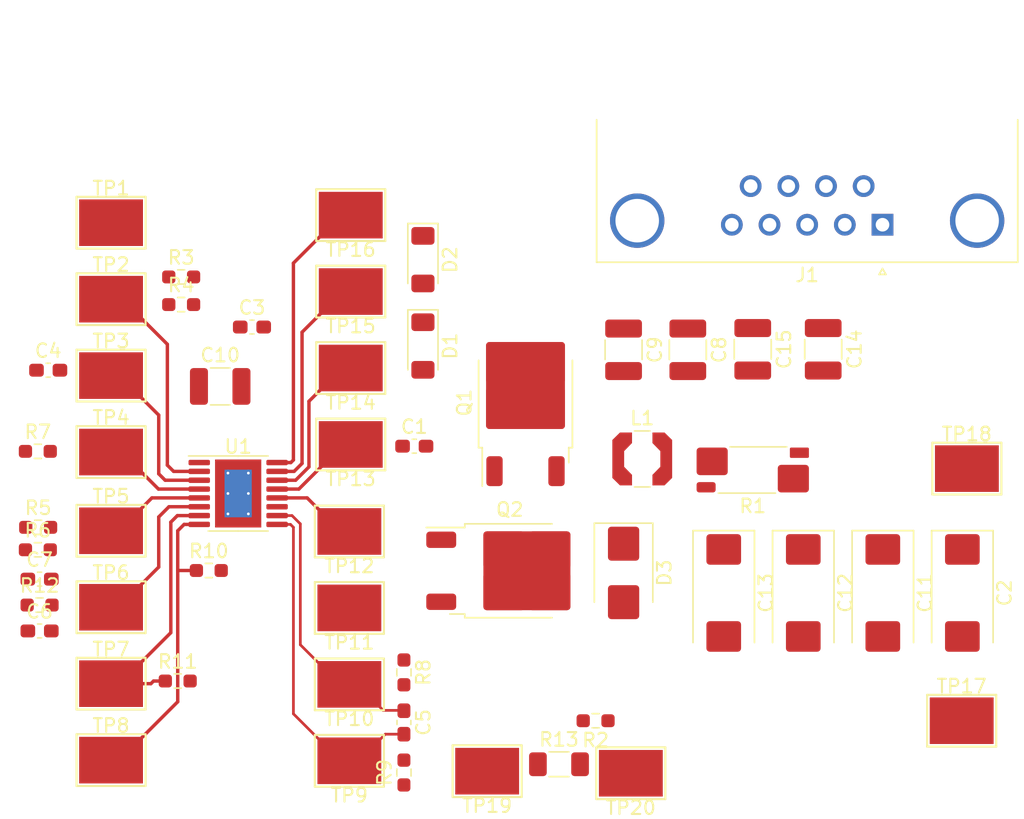
<source format=kicad_pcb>
(kicad_pcb (version 20221018) (generator pcbnew)
  (layers (0 "F.Cu" signal) (31 "B.Cu" signal) (34 "B.Paste" user) (35 "F.Paste" user) (36 "B.SilkS" user "B.Silkscreen") (37 "F.SilkS" user "F.Silkscreen") (38 "B.Mask" user) (39 "F.Mask" user) (44 "Edge.Cuts" user))
  (net 0 "")
  (net 1 "/VCC")
  (net 2 "GND")
  (net 3 "/VOUT")
  (net 4 "/BOOST")
  (net 5 "/SW")
  (net 6 "/CSS")
  (net 7 "/SENSE+")
  (net 8 "/SENSE-")
  (net 9 "/VC")
  (net 10 "Net-(C7-Pad1)")
  (net 11 "/VIN")
  (net 12 "Net-(D1-A)")
  (net 13 "/TG")
  (net 14 "/BG")
  (net 15 "Net-(R1-Pad2)")
  (net 16 "Net-(R1-Pad3)")
  (net 17 "/IND")
  (net 18 "/SHDN_n")
  (net 19 "/BODE")
  (net 20 "/FB")
  (net 21 "/BURST")
  (net 22 "/FSET")
  (net 23 "/SYNC")
  (footprint "Diode_SMD:D_MiniMELF" (layer "F.Cu") (at 153.797 76.581 -90)
    (fp_text reference "D1" (at 0 -2 90) (layer "F.SilkS"))
    (fp_text value "LL4148")
    (fp_line (start -2.66 -1.11) (end -2.66 1.11) (stroke (width 0.12)) (layer "F.SilkS"))
    (fp_line (start -2.66 1.11) (end 1.75 1.11) (stroke (width 0.12)) (layer "F.SilkS"))
    (fp_line (start 1.75 -1.11) (end -2.66 -1.11) (stroke (width 0.12)) (layer "F.SilkS"))
    (pad "1" smd roundrect (at -1.75 0 270) (size 1.3 1.7) (layers "F.Cu" "F.Paste" "F.Mask") (roundrect_rratio 0.1923076923) (net 1 "/VCC"))
    (pad "2" smd roundrect (at 1.75 0 270) (size 1.3 1.7) (layers "F.Cu" "F.Paste" "F.Mask") (roundrect_rratio 0.1923076923) (net 12 "Net-(D1-A)"))
  )
  (footprint "Jarrett_Footprint_Library:TestPoint_Keystone_5016_Compact" (layer "F.Cu") (at 148.3868 107.0864 180)
    (fp_text reference "TP9" (at 0 -2.54) (layer "F.SilkS"))
    (fp_text value "5016")
    (fp_line (start -2.54 -1.905) (end 2.54 -1.905) (stroke (width 0.15)) (layer "F.SilkS"))
    (fp_line (start -2.54 1.905) (end -2.54 -1.905) (stroke (width 0.15)) (layer "F.SilkS"))
    (fp_line (start 2.54 -1.905) (end 2.54 1.905) (stroke (width 0.15)) (layer "F.SilkS"))
    (fp_line (start 2.54 1.905) (end -2.54 1.905) (stroke (width 0.15)) (layer "F.SilkS"))
    (pad "1" smd rect (at 0 0 180) (size 4.699 3.429) (layers "F.Cu" "F.Paste" "F.Mask") (net 8 "/SENSE-"))
  )
  (footprint "Jarrett_Footprint_Library:TestPoint_Keystone_5016_Compact" (layer "F.Cu") (at 130.8608 107.036)
    (fp_text reference "TP8" (at 0 -2.54) (layer "F.SilkS"))
    (fp_text value "5016")
    (fp_line (start -2.54 -1.905) (end 2.54 -1.905) (stroke (width 0.15)) (layer "F.SilkS"))
    (fp_line (start -2.54 1.905) (end -2.54 -1.905) (stroke (width 0.15)) (layer "F.SilkS"))
    (fp_line (start 2.54 -1.905) (end 2.54 1.905) (stroke (width 0.15)) (layer "F.SilkS"))
    (fp_line (start 2.54 1.905) (end -2.54 1.905) (stroke (width 0.15)) (layer "F.SilkS"))
    (pad "1" smd rect (at 0 0) (size 4.699 3.429) (layers "F.Cu" "F.Paste" "F.Mask") (net 22 "/FSET"))
  )
  (footprint "Capacitor_SMD:C_0603_1608Metric_Pad1.08x0.95mm_HandSolder" (layer "F.Cu") (at 141.224 75.184)
    (fp_text reference "C3" (at 0 -1.43) (layer "F.SilkS"))
    (fp_text value "0.1uF")
    (fp_line (start -0.146267 -0.51) (end 0.146267 -0.51) (stroke (width 0.12)) (layer "F.SilkS"))
    (fp_line (start -0.146267 0.51) (end 0.146267 0.51) (stroke (width 0.12)) (layer "F.SilkS"))
    (pad "1" smd roundrect (at -0.8625 0) (size 1.075 0.95) (layers "F.Cu" "F.Paste" "F.Mask") (net 4 "/BOOST"))
    (pad "2" smd roundrect (at 0.8625 0) (size 1.075 0.95) (layers "F.Cu" "F.Paste" "F.Mask") (net 5 "/SW"))
  )
  (footprint "Jarrett_Footprint_Library:TestPoint_Keystone_5016_Compact" (layer "F.Cu") (at 148.4884 66.954 180)
    (fp_text reference "TP16" (at 0 -2.54) (layer "F.SilkS"))
    (fp_text value "5016")
    (fp_line (start -2.54 -1.905) (end 2.54 -1.905) (stroke (width 0.15)) (layer "F.SilkS"))
    (fp_line (start -2.54 1.905) (end -2.54 -1.905) (stroke (width 0.15)) (layer "F.SilkS"))
    (fp_line (start 2.54 -1.905) (end 2.54 1.905) (stroke (width 0.15)) (layer "F.SilkS"))
    (fp_line (start 2.54 1.905) (end -2.54 1.905) (stroke (width 0.15)) (layer "F.SilkS"))
    (pad "1" smd rect (at 0 0 180) (size 4.699 3.429) (layers "F.Cu" "F.Paste" "F.Mask") (net 4 "/BOOST"))
  )
  (footprint "Resistor_SMD:R_0603_1608Metric_Pad0.98x0.95mm_HandSolder" (layer "F.Cu") (at 135.763 101.219)
    (fp_text reference "R11" (at 0 -1.43) (layer "F.SilkS"))
    (fp_text value "200")
    (fp_line (start -0.254724 -0.5225) (end 0.254724 -0.5225) (stroke (width 0.12)) (layer "F.SilkS"))
    (fp_line (start -0.254724 0.5225) (end 0.254724 0.5225) (stroke (width 0.12)) (layer "F.SilkS"))
    (pad "1" smd roundrect (at -0.9125 0) (size 0.975 0.95) (layers "F.Cu" "F.Paste" "F.Mask") (net 23 "/SYNC"))
    (pad "2" smd roundrect (at 0.9125 0) (size 0.975 0.95) (layers "F.Cu" "F.Paste" "F.Mask") (net 2 "GND"))
  )
  (footprint "Package_TO_SOT_SMD:TO-252-2" (layer "F.Cu") (at 161.3408 80.7448 90)
    (fp_text reference "Q1" (at 0 -4.5 90) (layer "F.SilkS"))
    (fp_text value "QM6006D")
    (fp_line (start -3.31 -3.45) (end -3.31 -3.18) (stroke (width 0.12)) (layer "F.SilkS"))
    (fp_line (start -3.31 -3.18) (end -6.14 -3.18) (stroke (width 0.12)) (layer "F.SilkS"))
    (fp_line (start -3.31 3.18) (end -4.41 3.18) (stroke (width 0.12)) (layer "F.SilkS"))
    (fp_line (start -3.31 3.45) (end -3.31 3.18) (stroke (width 0.12)) (layer "F.SilkS"))
    (fp_line (start 3.11 -3.45) (end -3.31 -3.45) (stroke (width 0.12)) (layer "F.SilkS"))
    (fp_line (start 3.11 3.45) (end -3.31 3.45) (stroke (width 0.12)) (layer "F.SilkS"))
    (pad "1" smd roundrect (at -5.04 -2.28 90) (size 2.2 1.2) (layers "F.Cu" "F.Paste" "F.Mask") (roundrect_rratio 0.208333) (net 13 "/TG"))
    (pad "2" smd roundrect (at -0.415 -1.525 90) (size 3.05 2.75) (layers "F.Cu" "F.Paste") (roundrect_rratio 0.090909) (net 11 "/VIN"))
    (pad "2" smd roundrect (at -0.415 1.525 90) (size 3.05 2.75) (layers "F.Cu" "F.Paste") (roundrect_rratio 0.090909) (net 11 "/VIN"))
    (pad "2" smd roundrect (at 1.26 0 90) (size 6.4 5.8) (layers "F.Cu" "F.Mask") (roundrect_rratio 0.043103) (net 11 "/VIN"))
    (pad "2" smd roundrect (at 2.935 -1.525 90) (size 3.05 2.75) (layers "F.Cu" "F.Paste") (roundrect_rratio 0.090909) (net 11 "/VIN"))
    (pad "2" smd roundrect (at 2.935 1.525 90) (size 3.05 2.75) (layers "F.Cu" "F.Paste") (roundrect_rratio 0.090909) (net 11 "/VIN"))
    (pad "3" smd roundrect (at -5.04 2.28 90) (size 2.2 1.2) (layers "F.Cu" "F.Paste" "F.Mask") (roundrect_rratio 0.208333) (net 5 "/SW"))
  )
  (footprint "Package_SO:HTSSOP-16-1EP_4.4x5mm_P0.65mm_EP3.4x5mm_Mask2.46x2.31mm_ThermalVias" (layer "F.Cu") (at 140.208 87.4268)
    (fp_text reference "U1" (at 0 -3.45) (layer "F.SilkS"))
    (fp_text value "LT3845MPFE#PBF")
    (fp_line (start 0 -2.76) (end -3.65 -2.76) (stroke (width 0.12)) (layer "F.SilkS"))
    (fp_line (start 0 -2.76) (end 2.2 -2.76) (stroke (width 0.12)) (layer "F.SilkS"))
    (fp_line (start 0 2.76) (end -2.2 2.76) (stroke (width 0.12)) (layer "F.SilkS"))
    (fp_line (start 0 2.76) (end 2.2 2.76) (stroke (width 0.12)) (layer "F.SilkS"))
    (pad "1" smd roundrect (at -2.8625 -2.275) (size 1.575 0.4) (layers "F.Cu" "F.Paste" "F.Mask") (net 11 "/VIN"))
    (pad "2" smd roundrect (at -2.8625 -1.625) (size 1.575 0.4) (layers "F.Cu" "F.Paste" "F.Mask") (net 18 "/SHDN_n"))
    (pad "3" smd roundrect (at -2.8625 -0.975) (size 1.575 0.4) (layers "F.Cu" "F.Paste" "F.Mask") (net 6 "/CSS"))
    (pad "4" smd roundrect (at -2.8625 -0.325) (size 1.575 0.4) (layers "F.Cu" "F.Paste" "F.Mask") (net 21 "/BURST"))
    (pad "5" smd roundrect (at -2.8625 0.325) (size 1.575 0.4) (layers "F.Cu" "F.Paste" "F.Mask") (net 20 "/FB"))
    (pad "6" smd roundrect (at -2.8625 0.975) (size 1.575 0.4) (layers "F.Cu" "F.Paste" "F.Mask") (net 9 "/VC"))
    (pad "7" smd roundrect (at -2.8625 1.625) (size 1.575 0.4) (layers "F.Cu" "F.Paste" "F.Mask") (net 23 "/SYNC"))
    (pad "8" smd roundrect (at -2.8625 2.275) (size 1.575 0.4) (layers "F.Cu" "F.Paste" "F.Mask") (net 22 "/FSET"))
    (pad "9" smd roundrect (at 2.8625 2.275) (size 1.575 0.4) (layers "F.Cu" "F.Paste" "F.Mask") (net 8 "/SENSE-"))
    (pad "10" smd roundrect (at 2.8625 1.625) (size 1.575 0.4) (layers "F.Cu" "F.Paste" "F.Mask") (net 7 "/SENSE+"))
    (pad "11" smd roundrect (at 2.8625 0.975) (size 1.575 0.4) (layers "F.Cu" "F.Paste" "F.Mask") (net 2 "GND"))
    (pad "12" smd roundrect (at 2.8625 0.325) (size 1.575 0.4) (layers "F.Cu" "F.Paste" "F.Mask") (net 14 "/BG"))
    (pad "13" smd roundrect (at 2.8625 -0.325) (size 1.575 0.4) (layers "F.Cu" "F.Paste" "F.Mask") (net 1 "/VCC"))
    (pad "14" smd roundrect (at 2.8625 -0.975) (size 1.575 0.4) (layers "F.Cu" "F.Paste" "F.Mask") (net 5 "/SW"))
    (pad "15" smd roundrect (at 2.8625 -1.625) (size 1.575 0.4) (layers "F.Cu" "F.Paste" "F.Mask") (net 13 "/TG"))
    (pad "16" smd roundrect (at 2.8625 -2.275) (size 1.575 0.4) (layers "F.Cu" "F.Paste" "F.Mask") (net 4 "/BOOST"))
    (pad "17" thru_hole circle (at -0.75 -1.5) (size 0.5 0.5) (drill 0.2) (layers "*.Cu") (net 2 "GND"))
    (pad "17" thru_hole circle (at -0.75 0) (size 0.5 0.5) (drill 0.2) (layers "*.Cu") (net 2 "GND"))
    (pad "17" thru_hole circle (at -0.75 1.5) (size 0.5 0.5) (drill 0.2) (layers "*.Cu") (net 2 "GND"))
    (pad "17" smd rect (at 0 0) (size 2 3.5) (layers "B.Cu") (net 2 "GND"))
    (pad "17" smd rect (at 0 0) (size 3.4 5) (layers "F.Cu") (net 2 "GND"))
    (pad "17" thru_hole circle (at 0.75 -1.5) (size 0.5 0.5) (drill 0.2) (layers "*.Cu") (net 2 "GND"))
    (pad "17" thru_hole circle (at 0.75 0) (size 0.5 0.5) (drill 0.2) (layers "*.Cu") (net 2 "GND"))
    (pad "17" thru_hole circle (at 0.75 1.5) (size 0.5 0.5) (drill 0.2) (layers "*.Cu") (net 2 "GND"))
  )
  (footprint "Resistor_SMD:R_0603_1608Metric_Pad0.98x0.95mm_HandSolder" (layer "F.Cu") (at 166.497 104.14 180)
    (fp_text reference "R2" (at 0 -1.43) (layer "F.SilkS"))
    (fp_text value "0")
    (fp_line (start -0.254724 -0.5225) (end 0.254724 -0.5225) (stroke (width 0.12)) (layer "F.SilkS"))
    (fp_line (start -0.254724 0.5225) (end 0.254724 0.5225) (stroke (width 0.12)) (layer "F.SilkS"))
    (pad "1" smd roundrect (at -0.9125 0 180) (size 0.975 0.95) (layers "F.Cu" "F.Paste" "F.Mask") (net 12 "Net-(D1-A)"))
    (pad "2" smd roundrect (at 0.9125 0 180) (size 0.975 0.95) (layers "F.Cu" "F.Paste" "F.Mask") (net 3 "/VOUT"))
  )
  (footprint "Jarrett_Footprint_Library:TestPoint_Keystone_5016_Compact" (layer "F.Cu") (at 148.3868 101.4644 180)
    (fp_text reference "TP10" (at 0 -2.54) (layer "F.SilkS"))
    (fp_text value "5016")
    (fp_line (start -2.54 -1.905) (end 2.54 -1.905) (stroke (width 0.15)) (layer "F.SilkS"))
    (fp_line (start -2.54 1.905) (end -2.54 -1.905) (stroke (width 0.15)) (layer "F.SilkS"))
    (fp_line (start 2.54 -1.905) (end 2.54 1.905) (stroke (width 0.15)) (layer "F.SilkS"))
    (fp_line (start 2.54 1.905) (end -2.54 1.905) (stroke (width 0.15)) (layer "F.SilkS"))
    (pad "1" smd rect (at 0 0 180) (size 4.699 3.429) (layers "F.Cu" "F.Paste" "F.Mask") (net 7 "/SENSE+"))
  )
  (footprint "Resistor_SMD:R_0603_1608Metric_Pad0.98x0.95mm_HandSolder" (layer "F.Cu") (at 152.4 100.584 -90)
    (fp_text reference "R8" (at 0 -1.43 90) (layer "F.SilkS"))
    (fp_text value "200")
    (fp_line (start -0.254724 -0.5225) (end 0.254724 -0.5225) (stroke (width 0.12)) (layer "F.SilkS"))
    (fp_line (start -0.254724 0.5225) (end 0.254724 0.5225) (stroke (width 0.12)) (layer "F.SilkS"))
    (pad "1" smd roundrect (at -0.9125 0 270) (size 0.975 0.95) (layers "F.Cu" "F.Paste" "F.Mask") (net 16 "Net-(R1-Pad3)"))
    (pad "2" smd roundrect (at 0.9125 0 270) (size 0.975 0.95) (layers "F.Cu" "F.Paste" "F.Mask") (net 7 "/SENSE+"))
  )
  (footprint "Capacitor_Tantalum_SMD:CP_EIA-7343-43_Kemet-X_Pad2.25x2.55mm_HandSolder" (layer "F.Cu") (at 175.9204 94.7416 -90)
    (fp_text reference "C13" (at 0 -3.1 90) (layer "F.SilkS"))
    (fp_text value "150uF")
    (fp_line (start -4.585 -2.26) (end -4.585 2.26) (stroke (width 0.12)) (layer "F.SilkS"))
    (fp_line (start -4.585 2.26) (end 3.65 2.26) (stroke (width 0.12)) (layer "F.SilkS"))
    (fp_line (start 3.65 -2.26) (end -4.585 -2.26) (stroke (width 0.12)) (layer "F.SilkS"))
    (pad "1" smd roundrect (at -3.2 0 270) (size 2.25 2.55) (layers "F.Cu" "F.Paste" "F.Mask") (roundrect_rratio 0.111111) (net 3 "/VOUT"))
    (pad "2" smd roundrect (at 3.2 0 270) (size 2.25 2.55) (layers "F.Cu" "F.Paste" "F.Mask") (roundrect_rratio 0.111111) (net 2 "GND"))
  )
  (footprint "Resistor_SMD:R_1206_3216Metric_Pad1.30x1.75mm_HandSolder" (layer "F.Cu") (at 163.804 107.3404)
    (fp_text reference "R13" (at 0 -1.82) (layer "F.SilkS"))
    (fp_text value "20")
    (fp_line (start -0.727064 -0.91) (end 0.727064 -0.91) (stroke (width 0.12)) (layer "F.SilkS"))
    (fp_line (start -0.727064 0.91) (end 0.727064 0.91) (stroke (width 0.12)) (layer "F.SilkS"))
    (pad "1" smd roundrect (at -1.55 0) (size 1.3 1.75) (layers "F.Cu" "F.Paste" "F.Mask") (roundrect_rratio 0.192308) (net 19 "/BODE"))
    (pad "2" smd roundrect (at 1.55 0) (size 1.3 1.75) (layers "F.Cu" "F.Paste" "F.Mask") (roundrect_rratio 0.192308) (net 3 "/VOUT"))
  )
  (footprint "Resistor_SMD:R_0603_1608Metric_Pad0.98x0.95mm_HandSolder" (layer "F.Cu") (at 125.476 91.567)
    (fp_text reference "R6" (at 0 -1.43) (layer "F.SilkS"))
    (fp_text value "10K")
    (fp_line (start -0.254724 -0.5225) (end 0.254724 -0.5225) (stroke (width 0.12)) (layer "F.SilkS"))
    (fp_line (start -0.254724 0.5225) (end 0.254724 0.5225) (stroke (width 0.12)) (layer "F.SilkS"))
    (pad "1" smd roundrect (at -0.9125 0) (size 0.975 0.95) (layers "F.Cu" "F.Paste" "F.Mask") (net 20 "/FB"))
    (pad "2" smd roundrect (at 0.9125 0) (size 0.975 0.95) (layers "F.Cu" "F.Paste" "F.Mask") (net 2 "GND"))
  )
  (footprint "Capacitor_SMD:C_0603_1608Metric_Pad1.08x0.95mm_HandSolder" (layer "F.Cu") (at 153.162 83.947)
    (fp_text reference "C1" (at 0 -1.43) (layer "F.SilkS"))
    (fp_text value "1uF")
    (fp_line (start -0.146267 -0.51) (end 0.146267 -0.51) (stroke (width 0.12)) (layer "F.SilkS"))
    (fp_line (start -0.146267 0.51) (end 0.146267 0.51) (stroke (width 0.12)) (layer "F.SilkS"))
    (pad "1" smd roundrect (at -0.8625 0) (size 1.075 0.95) (layers "F.Cu" "F.Paste" "F.Mask") (net 1 "/VCC"))
    (pad "2" smd roundrect (at 0.8625 0) (size 1.075 0.95) (layers "F.Cu" "F.Paste" "F.Mask") (net 2 "GND"))
  )
  (footprint "Capacitor_Tantalum_SMD:CP_EIA-7343-43_Kemet-X_Pad2.25x2.55mm_HandSolder" (layer "F.Cu") (at 181.7704 94.7416 -90)
    (fp_text reference "C12" (at 0 -3.1 90) (layer "F.SilkS"))
    (fp_text value "150uF")
    (fp_line (start -4.585 -2.26) (end -4.585 2.26) (stroke (width 0.12)) (layer "F.SilkS"))
    (fp_line (start -4.585 2.26) (end 3.65 2.26) (stroke (width 0.12)) (layer "F.SilkS"))
    (fp_line (start 3.65 -2.26) (end -4.585 -2.26) (stroke (width 0.12)) (layer "F.SilkS"))
    (pad "1" smd roundrect (at -3.2 0 270) (size 2.25 2.55) (layers "F.Cu" "F.Paste" "F.Mask") (roundrect_rratio 0.111111) (net 3 "/VOUT"))
    (pad "2" smd roundrect (at 3.2 0 270) (size 2.25 2.55) (layers "F.Cu" "F.Paste" "F.Mask") (roundrect_rratio 0.111111) (net 2 "GND"))
  )
  (footprint "Capacitor_SMD:C_0603_1608Metric_Pad1.08x0.95mm_HandSolder" (layer "F.Cu") (at 125.603 93.726)
    (fp_text reference "C7" (at 0 -1.43) (layer "F.SilkS"))
    (fp_text value "2200pF")
    (fp_line (start -0.146267 -0.51) (end 0.146267 -0.51) (stroke (width 0.12)) (layer "F.SilkS"))
    (fp_line (start -0.146267 0.51) (end 0.146267 0.51) (stroke (width 0.12)) (layer "F.SilkS"))
    (pad "1" smd roundrect (at -0.8625 0) (size 1.075 0.95) (layers "F.Cu" "F.Paste" "F.Mask") (net 10 "Net-(C7-Pad1)"))
    (pad "2" smd roundrect (at 0.8625 0) (size 1.075 0.95) (layers "F.Cu" "F.Paste" "F.Mask") (net 2 "GND"))
  )
  (footprint "Connector_Dsub:DSUB-9_Male_Horizontal_P2.77x2.84mm_EdgePinOffset4.94mm_Housed_MountingHolesOffset7.48mm" (layer "F.Cu") (at 187.5966 67.6608 180)
    (fp_text reference "J1" (at 5.54 -3.7) (layer "F.SilkS"))
    (fp_text value "DE9_Plug_MountingHoles")
    (fp_line (start -9.945 -2.76) (end 21.025 -2.76) (stroke (width 0.12)) (layer "F.SilkS"))
    (fp_line (start -9.945 7.72) (end -9.945 -2.76) (stroke (width 0.12)) (layer "F.SilkS"))
    (fp_line (start -0.25 -3.654338) (end 0.25 -3.654338) (stroke (width 0.12)) (layer "F.SilkS"))
    (fp_line (start 0 -3.221325) (end -0.25 -3.654338) (stroke (width 0.12)) (layer "F.SilkS"))
    (fp_line (start 0.25 -3.654338) (end 0 -3.221325) (stroke (width 0.12)) (layer "F.SilkS"))
    (fp_line (start 21.025 -2.76) (end 21.025 7.72) (stroke (width 0.12)) (layer "F.SilkS"))
    (pad "0" thru_hole circle (at -6.96 0.3 180) (size 4 4) (drill 3.2) (layers "*.Cu" "*.Mask") (net 2 "GND"))
    (pad "0" thru_hole circle (at 18.04 0.3 180) (size 4 4) (drill 3.2) (layers "*.Cu" "*.Mask") (net 2 "GND"))
    (pad "1" thru_hole rect (at 0 0 180) (size 1.6 1.6) (drill 1) (layers "*.Cu" "*.Mask") (net 3 "/VOUT"))
    (pad "2" thru_hole circle (at 2.77 0 180) (size 1.6 1.6) (drill 1) (layers "*.Cu" "*.Mask") (net 2 "GND"))
    (pad "3" thru_hole circle (at 5.54 0 180) (size 1.6 1.6) (drill 1) (layers "*.Cu" "*.Mask") (net 18 "/SHDN_n"))
    (pad "4" thru_hole circle (at 8.31 0 180) (size 1.6 1.6) (drill 1) (layers "*.Cu" "*.Mask") (net 2 "GND"))
    (pad "5" thru_hole circle (at 11.08 0 180) (size 1.6 1.6) (drill 1) (layers "*.Cu" "*.Mask") (net 11 "/VIN"))
    (pad "6" thru_hole circle (at 1.385 2.84 180) (size 1.6 1.6) (drill 1) (layers "*.Cu" "*.Mask") (net 3 "/VOUT"))
    (pad "7" thru_hole circle (at 4.155 2.84 180) (size 1.6 1.6) (drill 1) (layers "*.Cu" "*.Mask") (net 2 "GND"))
    (pad "8" thru_hole circle (at 6.925 2.84 180) (size 1.6 1.6) (drill 1) (layers "*.Cu" "*.Mask") (net 2 "GND"))
    (pad "9" thru_hole circle (at 9.695 2.84 180) (size 1.6 1.6) (drill 1) (layers "*.Cu" "*.Mask") (net 11 "/VIN"))
  )
  (footprint "Capacitor_SMD:C_0603_1608Metric_Pad1.08x0.95mm_HandSolder" (layer "F.Cu") (at 152.4 104.267 -90)
    (fp_text reference "C5" (at 0 -1.43 90) (layer "F.SilkS"))
    (fp_text value "47pF")
    (fp_line (start -0.146267 -0.51) (end 0.146267 -0.51) (stroke (width 0.12)) (layer "F.SilkS"))
    (fp_line (start -0.146267 0.51) (end 0.146267 0.51) (stroke (width 0.12)) (layer "F.SilkS"))
    (pad "1" smd roundrect (at -0.8625 0 270) (size 1.075 0.95) (layers "F.Cu" "F.Paste" "F.Mask") (net 7 "/SENSE+"))
    (pad "2" smd roundrect (at 0.8625 0 270) (size 1.075 0.95) (layers "F.Cu" "F.Paste" "F.Mask") (net 8 "/SENSE-"))
  )
  (footprint "Capacitor_Tantalum_SMD:CP_EIA-7343-43_Kemet-X_Pad2.25x2.55mm_HandSolder" (layer "F.Cu") (at 193.4704 94.7416 -90)
    (fp_text reference "C2" (at 0 -3.1 90) (layer "F.SilkS"))
    (fp_text value "150uF")
    (fp_line (start -4.585 -2.26) (end -4.585 2.26) (stroke (width 0.12)) (layer "F.SilkS"))
    (fp_line (start -4.585 2.26) (end 3.65 2.26) (stroke (width 0.12)) (layer "F.SilkS"))
    (fp_line (start 3.65 -2.26) (end -4.585 -2.26) (stroke (width 0.12)) (layer "F.SilkS"))
    (pad "1" smd roundrect (at -3.2 0 270) (size 2.25 2.55) (layers "F.Cu" "F.Paste" "F.Mask") (roundrect_rratio 0.111111) (net 3 "/VOUT"))
    (pad "2" smd roundrect (at 3.2 0 270) (size 2.25 2.55) (layers "F.Cu" "F.Paste" "F.Mask") (roundrect_rratio 0.111111) (net 2 "GND"))
  )
  (footprint "Capacitor_SMD:C_1210_3225Metric_Pad1.33x2.70mm_HandSolder" (layer "F.Cu") (at 138.8872 79.5528)
    (fp_text reference "C10" (at 0 -2.3) (layer "F.SilkS"))
    (fp_text value "2.2uF")
    (fp_line (start -0.711252 -1.36) (end 0.711252 -1.36) (stroke (width 0.12)) (layer "F.SilkS"))
    (fp_line (start -0.711252 1.36) (end 0.711252 1.36) (stroke (width 0.12)) (layer "F.SilkS"))
    (pad "1" smd roundrect (at -1.5625 0) (size 1.325 2.7) (layers "F.Cu" "F.Paste" "F.Mask") (roundrect_rratio 0.188679) (net 11 "/VIN"))
    (pad "2" smd roundrect (at 1.5625 0) (size 1.325 2.7) (layers "F.Cu" "F.Paste" "F.Mask") (roundrect_rratio 0.188679) (net 2 "GND"))
  )
  (footprint "Jarrett_Footprint_Library:TestPoint_Keystone_5016_Compact" (layer "F.Cu") (at 169.0872 108.0008 180)
    (fp_text reference "TP20" (at 0 -2.54) (layer "F.SilkS"))
    (fp_text value "5016")
    (fp_line (start -2.54 -1.905) (end 2.54 -1.905) (stroke (width 0.15)) (layer "F.SilkS"))
    (fp_line (start -2.54 1.905) (end -2.54 -1.905) (stroke (width 0.15)) (layer "F.SilkS"))
    (fp_line (start 2.54 -1.905) (end 2.54 1.905) (stroke (width 0.15)) (layer "F.SilkS"))
    (fp_line (start 2.54 1.905) (end -2.54 1.905) (stroke (width 0.15)) (layer "F.SilkS"))
    (pad "1" smd rect (at 0 0 180) (size 4.699 3.429) (layers "F.Cu" "F.Paste" "F.Mask") (net 3 "/VOUT"))
  )
  (footprint "Jarrett_Footprint_Library:TestPoint_Keystone_5016_Compact" (layer "F.Cu") (at 148.4884 72.576 180)
    (fp_text reference "TP15" (at 0 -2.54) (layer "F.SilkS"))
    (fp_text value "5016")
    (fp_line (start -2.54 -1.905) (end 2.54 -1.905) (stroke (width 0.15)) (layer "F.SilkS"))
    (fp_line (start -2.54 1.905) (end -2.54 -1.905) (stroke (width 0.15)) (layer "F.SilkS"))
    (fp_line (start 2.54 -1.905) (end 2.54 1.905) (stroke (width 0.15)) (layer "F.SilkS"))
    (fp_line (start 2.54 1.905) (end -2.54 1.905) (stroke (width 0.15)) (layer "F.SilkS"))
    (pad "1" smd rect (at 0 0 180) (size 4.699 3.429) (layers "F.Cu" "F.Paste" "F.Mask") (net 13 "/TG"))
  )
  (footprint "Jarrett_Footprint_Library:TestPoint_Keystone_5016_Compact" (layer "F.Cu") (at 130.8608 95.792)
    (fp_text reference "TP6" (at 0 -2.54) (layer "F.SilkS"))
    (fp_text value "5016")
    (fp_line (start -2.54 -1.905) (end 2.54 -1.905) (stroke (width 0.15)) (layer "F.SilkS"))
    (fp_line (start -2.54 1.905) (end -2.54 -1.905) (stroke (width 0.15)) (layer "F.SilkS"))
    (fp_line (start 2.54 -1.905) (end 2.54 1.905) (stroke (width 0.15)) (layer "F.SilkS"))
    (fp_line (start 2.54 1.905) (end -2.54 1.905) (stroke (width 0.15)) (layer "F.SilkS"))
    (pad "1" smd rect (at 0 0) (size 4.699 3.429) (layers "F.Cu" "F.Paste" "F.Mask") (net 9 "/VC"))
  )
  (footprint "Resistor_SMD:R_0603_1608Metric_Pad0.98x0.95mm_HandSolder" (layer "F.Cu") (at 125.476 84.328)
    (fp_text reference "R7" (at 0 -1.43) (layer "F.SilkS"))
    (fp_text value "200")
    (fp_line (start -0.254724 -0.5225) (end 0.254724 -0.5225) (stroke (width 0.12)) (layer "F.SilkS"))
    (fp_line (start -0.254724 0.5225) (end 0.254724 0.5225) (stroke (width 0.12)) (layer "F.SilkS"))
    (pad "1" smd roundrect (at -0.9125 0) (size 0.975 0.95) (layers "F.Cu" "F.Paste" "F.Mask") (net 21 "/BURST"))
    (pad "2" smd roundrect (at 0.9125 0) (size 0.975 0.95) (layers "F.Cu" "F.Paste" "F.Mask") (net 2 "GND"))
  )
  (footprint "Jarrett_Footprint_Library:TestPoint_Keystone_5016_Compact" (layer "F.Cu") (at 158.5208 107.8484 180)
    (fp_text reference "TP19" (at 0 -2.54) (layer "F.SilkS"))
    (fp_text value "5016")
    (fp_line (start -2.54 -1.905) (end 2.54 -1.905) (stroke (width 0.15)) (layer "F.SilkS"))
    (fp_line (start -2.54 1.905) (end -2.54 -1.905) (stroke (width 0.15)) (layer "F.SilkS"))
    (fp_line (start 2.54 -1.905) (end 2.54 1.905) (stroke (width 0.15)) (layer "F.SilkS"))
    (fp_line (start 2.54 1.905) (end -2.54 1.905) (stroke (width 0.15)) (layer "F.SilkS"))
    (pad "1" smd rect (at 0 0 180) (size 4.699 3.429) (layers "F.Cu" "F.Paste" "F.Mask") (net 19 "/BODE"))
  )
  (footprint "Package_TO_SOT_SMD:TO-252-2" (layer "F.Cu") (at 160.1832 93.1104)
    (fp_text reference "Q2" (at 0 -4.5) (layer "F.SilkS"))
    (fp_text value "QM6006D")
    (fp_line (start -3.31 -3.45) (end -3.31 -3.18) (stroke (width 0.12)) (layer "F.SilkS"))
    (fp_line (start -3.31 -3.18) (end -6.14 -3.18) (stroke (width 0.12)) (layer "F.SilkS"))
    (fp_line (start -3.31 3.18) (end -4.41 3.18) (stroke (width 0.12)) (layer "F.SilkS"))
    (fp_line (start -3.31 3.45) (end -3.31 3.18) (stroke (width 0.12)) (layer "F.SilkS"))
    (fp_line (start 3.11 -3.45) (end -3.31 -3.45) (stroke (width 0.12)) (layer "F.SilkS"))
    (fp_line (start 3.11 3.45) (end -3.31 3.45) (stroke (width 0.12)) (layer "F.SilkS"))
    (pad "1" smd roundrect (at -5.04 -2.28) (size 2.2 1.2) (layers "F.Cu" "F.Paste" "F.Mask") (roundrect_rratio 0.208333) (net 14 "/BG"))
    (pad "2" smd roundrect (at -0.415 -1.525) (size 3.05 2.75) (layers "F.Cu" "F.Paste") (roundrect_rratio 0.090909) (net 5 "/SW"))
    (pad "2" smd roundrect (at -0.415 1.525) (size 3.05 2.75) (layers "F.Cu" "F.Paste") (roundrect_rratio 0.090909) (net 5 "/SW"))
    (pad "2" smd roundrect (at 1.26 0) (size 6.4 5.8) (layers "F.Cu" "F.Mask") (roundrect_rratio 0.043103) (net 5 "/SW"))
    (pad "2" smd roundrect (at 2.935 -1.525) (size 3.05 2.75) (layers "F.Cu" "F.Paste") (roundrect_rratio 0.090909) (net 5 "/SW"))
    (pad "2" smd roundrect (at 2.935 1.525) (size 3.05 2.75) (layers "F.Cu" "F.Paste") (roundrect_rratio 0.090909) (net 5 "/SW"))
    (pad "3" smd roundrect (at -5.04 2.28) (size 2.2 1.2) (layers "F.Cu" "F.Paste" "F.Mask") (roundrect_rratio 0.208333) (net 2 "GND"))
  )
  (footprint "Capacitor_SMD:C_1210_3225Metric_Pad1.33x2.70mm_HandSolder" (layer "F.Cu") (at 183.2356 76.8219 -90)
    (fp_text reference "C14" (at 0 -2.3 90) (layer "F.SilkS"))
    (fp_text value "22uF")
    (fp_line (start -0.711252 -1.36) (end 0.711252 -1.36) (stroke (width 0.12)) (layer "F.SilkS"))
    (fp_line (start -0.711252 1.36) (end 0.711252 1.36) (stroke (width 0.12)) (layer "F.SilkS"))
    (pad "1" smd roundrect (at -1.5625 0 270) (size 1.325 2.7) (layers "F.Cu" "F.Paste" "F.Mask") (roundrect_rratio 0.188679) (net 11 "/VIN"))
    (pad "2" smd roundrect (at 1.5625 0 270) (size 1.325 2.7) (layers "F.Cu" "F.Paste" "F.Mask") (roundrect_rratio 0.188679) (net 2 "GND"))
  )
  (footprint "Capacitor_SMD:C_1210_3225Metric_Pad1.33x2.70mm_HandSolder" (layer "F.Cu") (at 178.054 76.8219 -90)
    (fp_text reference "C15" (at 0 -2.3 90) (layer "F.SilkS"))
    (fp_text value "22uF")
    (fp_line (start -0.711252 -1.36) (end 0.711252 -1.36) (stroke (width 0.12)) (layer "F.SilkS"))
    (fp_line (start -0.711252 1.36) (end 0.711252 1.36) (stroke (width 0.12)) (layer "F.SilkS"))
    (pad "1" smd roundrect (at -1.5625 0 270) (size 1.325 2.7) (layers "F.Cu" "F.Paste" "F.Mask") (roundrect_rratio 0.188679) (net 11 "/VIN"))
    (pad "2" smd roundrect (at 1.5625 0 270) (size 1.325 2.7) (layers "F.Cu" "F.Paste" "F.Mask") (roundrect_rratio 0.188679) (net 2 "GND"))
  )
  (footprint "Jarrett_Footprint_Library:TestPoint_Keystone_5016_Compact" (layer "F.Cu") (at 130.8608 90.17)
    (fp_text reference "TP5" (at 0 -2.54) (layer "F.SilkS"))
    (fp_text value "5016")
    (fp_line (start -2.54 -1.905) (end 2.54 -1.905) (stroke (width 0.15)) (layer "F.SilkS"))
    (fp_line (start -2.54 1.905) (end -2.54 -1.905) (stroke (width 0.15)) (layer "F.SilkS"))
    (fp_line (start 2.54 -1.905) (end 2.54 1.905) (stroke (width 0.15)) (layer "F.SilkS"))
    (fp_line (start 2.54 1.905) (end -2.54 1.905) (stroke (width 0.15)) (layer "F.SilkS"))
    (pad "1" smd rect (at 0 0) (size 4.699 3.429) (layers "F.Cu" "F.Paste" "F.Mask") (net 20 "/FB"))
  )
  (footprint "Jarrett_Footprint_Library:TestPoint_Keystone_5016_Compact" (layer "F.Cu") (at 130.8608 101.414)
    (fp_text reference "TP7" (at 0 -2.54) (layer "F.SilkS"))
    (fp_text value "5016")
    (fp_line (start -2.54 -1.905) (end 2.54 -1.905) (stroke (width 0.15)) (layer "F.SilkS"))
    (fp_line (start -2.54 1.905) (end -2.54 -1.905) (stroke (width 0.15)) (layer "F.SilkS"))
    (fp_line (start 2.54 -1.905) (end 2.54 1.905) (stroke (width 0.15)) (layer "F.SilkS"))
    (fp_line (start 2.54 1.905) (end -2.54 1.905) (stroke (width 0.15)) (layer "F.SilkS"))
    (pad "1" smd rect (at 0 0) (size 4.699 3.429) (layers "F.Cu" "F.Paste" "F.Mask") (net 23 "/SYNC"))
  )
  (footprint "Resistor_SMD:R_0603_1608Metric_Pad0.98x0.95mm_HandSolder" (layer "F.Cu") (at 136.017 73.533)
    (fp_text reference "R4" (at 0 -1.43) (layer "F.SilkS"))
    (fp_text value "10K")
    (fp_line (start -0.254724 -0.5225) (end 0.254724 -0.5225) (stroke (width 0.12)) (layer "F.SilkS"))
    (fp_line (start -0.254724 0.5225) (end 0.254724 0.5225) (stroke (width 0.12)) (layer "F.SilkS"))
    (pad "1" smd roundrect (at -0.9125 0) (size 0.975 0.95) (layers "F.Cu" "F.Paste" "F.Mask") (net 18 "/SHDN_n"))
    (pad "2" smd roundrect (at 0.9125 0) (size 0.975 0.95) (layers "F.Cu" "F.Paste" "F.Mask") (net 2 "GND"))
  )
  (footprint "Jarrett_Footprint_Library:TestPoint_Keystone_5016_Compact" (layer "F.Cu") (at 130.8608 78.7572)
    (fp_text reference "TP3" (at 0 -2.54) (layer "F.SilkS"))
    (fp_text value "5016")
    (fp_line (start -2.54 -1.905) (end 2.54 -1.905) (stroke (width 0.15)) (layer "F.SilkS"))
    (fp_line (start -2.54 1.905) (end -2.54 -1.905) (stroke (width 0.15)) (layer "F.SilkS"))
    (fp_line (start 2.54 -1.905) (end 2.54 1.905) (stroke (width 0.15)) (layer "F.SilkS"))
    (fp_line (start 2.54 1.905) (end -2.54 1.905) (stroke (width 0.15)) (layer "F.SilkS"))
    (pad "1" smd rect (at 0 0) (size 4.699 3.429) (layers "F.Cu" "F.Paste" "F.Mask") (net 6 "/CSS"))
  )
  (footprint "Resistor_SMD:R_Shunt_Vishay_WSK2512_6332Metric_T1.19mm" (layer "F.Cu") (at 178.054 85.6996 180)
    (fp_text reference "R1" (at 0 -2.65) (layer "F.SilkS"))
    (fp_text value "0.01")
    (fp_line (start -2.5 1.7) (end 1.67 1.7) (stroke (width 0.12)) (layer "F.SilkS"))
    (fp_line (start -1.67 -1.7) (end 2.53 -1.7) (stroke (width 0.12)) (layer "F.SilkS"))
    (pad "1" smd roundrect (at -2.985 -0.635 180) (size 2.29 2.03) (layers "F.Cu" "F.Paste" "F.Mask") (roundrect_rratio 0.12) (net 3 "/VOUT"))
    (pad "2" smd roundrect (at -3.43 1.27 180) (size 1.4 0.76) (layers "F.Cu" "F.Paste" "F.Mask") (roundrect_rratio 0.12) (net 15 "Net-(R1-Pad2)"))
    (pad "3" smd roundrect (at 3.43 -1.27 180) (size 1.4 0.76) (layers "F.Cu" "F.Paste" "F.Mask") (net 16 "Net-(R1-Pad3)"))
    (pad "4" smd roundrect (at 2.985 0.635 180) (size 2.29 2.03) (layers "F.Cu" "F.Paste" "F.Mask") (roundrect_rratio 0.12) (net 17 "/IND"))
  )
  (footprint "Jarrett_Footprint_Library:TestPoint_Keystone_5016_Compact" (layer "F.Cu") (at 148.4884 78.198 180)
    (fp_text reference "TP14" (at 0 -2.54) (layer "F.SilkS"))
    (fp_text value "5016")
    (fp_line (start -2.54 -1.905) (end 2.54 -1.905) (stroke (width 0.15)) (layer "F.SilkS"))
    (fp_line (start -2.54 1.905) (end -2.54 -1.905) (stroke (width 0.15)) (layer "F.SilkS"))
    (fp_line (start 2.54 -1.905) (end 2.54 1.905) (stroke (width 0.15)) (layer "F.SilkS"))
    (fp_line (start 2.54 1.905) (end -2.54 1.905) (stroke (width 0.15)) (layer "F.SilkS"))
    (pad "1" smd rect (at 0 0 180) (size 4.699 3.429) (layers "F.Cu" "F.Paste" "F.Mask") (net 5 "/SW"))
  )
  (footprint "Diode_SMD:D_MiniMELF" (layer "F.Cu") (at 153.797 70.231 -90)
    (fp_text reference "D2" (at 0 -2 90) (layer "F.SilkS"))
    (fp_text value "LL4148")
    (fp_line (start -2.66 -1.11) (end -2.66 1.11) (stroke (width 0.12)) (layer "F.SilkS"))
    (fp_line (start -2.66 1.11) (end 1.75 1.11) (stroke (width 0.12)) (layer "F.SilkS"))
    (fp_line (start 1.75 -1.11) (end -2.66 -1.11) (stroke (width 0.12)) (layer "F.SilkS"))
    (pad "1" smd roundrect (at -1.75 0 270) (size 1.3 1.7) (layers "F.Cu" "F.Paste" "F.Mask") (roundrect_rratio 0.1923076923) (net 4 "/BOOST"))
    (pad "2" smd roundrect (at 1.75 0 270) (size 1.3 1.7) (layers "F.Cu" "F.Paste" "F.Mask") (roundrect_rratio 0.1923076923) (net 1 "/VCC"))
  )
  (footprint "Capacitor_SMD:C_1210_3225Metric_Pad1.33x2.70mm_HandSolder" (layer "F.Cu") (at 173.2788 76.8604 -90)
    (fp_text reference "C8" (at 0 -2.3 90) (layer "F.SilkS"))
    (fp_text value "22uF")
    (fp_line (start -0.711252 -1.36) (end 0.711252 -1.36) (stroke (width 0.12)) (layer "F.SilkS"))
    (fp_line (start -0.711252 1.36) (end 0.711252 1.36) (stroke (width 0.12)) (layer "F.SilkS"))
    (pad "1" smd roundrect (at -1.5625 0 270) (size 1.325 2.7) (layers "F.Cu" "F.Paste" "F.Mask") (roundrect_rratio 0.188679) (net 11 "/VIN"))
    (pad "2" smd roundrect (at 1.5625 0 270) (size 1.325 2.7) (layers "F.Cu" "F.Paste" "F.Mask") (roundrect_rratio 0.188679) (net 2 "GND"))
  )
  (footprint "Jarrett_Footprint_Library:TestPoint_Keystone_5016_Compact" (layer "F.Cu") (at 148.3868 90.2204 180)
    (fp_text reference "TP12" (at 0 -2.54) (layer "F.SilkS"))
    (fp_text value "5016")
    (fp_line (start -2.54 -1.905) (end 2.54 -1.905) (stroke (width 0.15)) (layer "F.SilkS"))
    (fp_line (start -2.54 1.905) (end -2.54 -1.905) (stroke (width 0.15)) (layer "F.SilkS"))
    (fp_line (start 2.54 -1.905) (end 2.54 1.905) (stroke (width 0.15)) (layer "F.SilkS"))
    (fp_line (start 2.54 1.905) (end -2.54 1.905) (stroke (width 0.15)) (layer "F.SilkS"))
    (pad "1" smd rect (at 0 0 180) (size 4.699 3.429) (layers "F.Cu" "F.Paste" "F.Mask") (net 14 "/BG"))
  )
  (footprint "Resistor_SMD:R_0603_1608Metric_Pad0.98x0.95mm_HandSolder" (layer "F.Cu") (at 138.049 93.091)
    (fp_text reference "R10" (at 0 -1.43) (layer "F.SilkS"))
    (fp_text value "86.6K")
    (fp_line (start -0.254724 -0.5225) (end 0.254724 -0.5225) (stroke (width 0.12)) (layer "F.SilkS"))
    (fp_line (start -0.254724 0.5225) (end 0.254724 0.5225) (stroke (width 0.12)) (layer "F.SilkS"))
    (pad "1" smd roundrect (at -0.9125 0) (size 0.975 0.95) (layers "F.Cu" "F.Paste" "F.Mask") (net 22 "/FSET"))
    (pad "2" smd roundrect (at 0.9125 0) (size 0.975 0.95) (layers "F.Cu" "F.Paste" "F.Mask") (net 2 "GND"))
  )
  (footprint "Inductor_SMD:L_Coilcraft_LPS4018" (layer "F.Cu") (at 169.926 84.8868)
    (fp_text reference "L1" (at 0 -3) (layer "F.SilkS"))
    (fp_text value "10uH")
    (fp_line (start -0.57 -2.06) (end 0.57 -2.06) (stroke (width 0.12)) (layer "F.SilkS"))
    (fp_line (start -0.57 2.06) (end 0.57 2.06) (stroke (width 0.12)) (layer "F.SilkS"))
    (pad "1" smd custom (at -1.765 0) (size 0.87 2.79) (layers "F.Cu" "F.Paste" "F.Mask") (net 5 "/SW") (options (clearance outline) (anchor rect)) (primitives (gr_poly (pts (xy 1.015 -1.17) (xy 0.435 -0.575) (xy 0.435 0.575) (xy 1.015 1.17) (xy 1.015 1.945) (xy 0.125 1.945) (xy -0.435 1.395) (xy -0.435 -1.395) (xy 0.125 -1.945) (xy 1.015 -1.945)) (width 0) (fill yes))))
    (pad "2" smd custom (at 1.765 0) (size 0.87 2.79) (layers "F.Cu" "F.Paste" "F.Mask") (net 17 "/IND") (options (clearance outline) (anchor rect)) (primitives (gr_poly (pts (xy 0.435 -1.395) (xy 0.435 1.395) (xy -0.125 1.945) (xy -1.015 1.945) (xy -1.015 1.17) (xy -0.435 0.575) (xy -0.435 -0.575) (xy -1.015 -1.17) (xy -1.015 -1.945) (xy -0.125 -1.945)) (width 0) (fill yes))))
  )
  (footprint "Jarrett_Footprint_Library:TestPoint_Keystone_5016_Compact" (layer "F.Cu") (at 148.4884 83.82 180)
    (fp_text reference "TP13" (at 0 -2.54) (layer "F.SilkS"))
    (fp_text value "5016")
    (fp_line (start -2.54 -1.905) (end 2.54 -1.905) (stroke (width 0.15)) (layer "F.SilkS"))
    (fp_line (start -2.54 1.905) (end -2.54 -1.905) (stroke (width 0.15)) (layer "F.SilkS"))
    (fp_line (start 2.54 -1.905) (end 2.54 1.905) (stroke (width 0.15)) (layer "F.SilkS"))
    (fp_line (start 2.54 1.905) (end -2.54 1.905) (stroke (width 0.15)) (layer "F.SilkS"))
    (pad "1" smd rect (at 0 0 180) (size 4.699 3.429) (layers "F.Cu" "F.Paste" "F.Mask") (net 1 "/VCC"))
  )
  (footprint "Capacitor_SMD:C_1210_3225Metric_Pad1.33x2.70mm_HandSolder" (layer "F.Cu") (at 168.5544 76.8604 -90)
    (fp_text reference "C9" (at 0 -2.3 90) (layer "F.SilkS"))
    (fp_text value "22uF")
    (fp_line (start -0.711252 -1.36) (end 0.711252 -1.36) (stroke (width 0.12)) (layer "F.SilkS"))
    (fp_line (start -0.711252 1.36) (end 0.711252 1.36) (stroke (width 0.12)) (layer "F.SilkS"))
    (pad "1" smd roundrect (at -1.5625 0 270) (size 1.325 2.7) (layers "F.Cu" "F.Paste" "F.Mask") (roundrect_rratio 0.188679) (net 11 "/VIN"))
    (pad "2" smd roundrect (at 1.5625 0 270) (size 1.325 2.7) (layers "F.Cu" "F.Paste" "F.Mask") (roundrect_rratio 0.188679) (net 2 "GND"))
  )
  (footprint "Resistor_SMD:R_0603_1608Metric_Pad0.98x0.95mm_HandSolder" (layer "F.Cu") (at 125.603 95.631)
    (fp_text reference "R12" (at 0 -1.43) (layer "F.SilkS"))
    (fp_text value "200")
    (fp_line (start -0.254724 -0.5225) (end 0.254724 -0.5225) (stroke (width 0.12)) (layer "F.SilkS"))
    (fp_line (start -0.254724 0.5225) (end 0.254724 0.5225) (stroke (width 0.12)) (layer "F.SilkS"))
    (pad "1" smd roundrect (at -0.9125 0) (size 0.975 0.95) (layers "F.Cu" "F.Paste" "F.Mask") (net 9 "/VC"))
    (pad "2" smd roundrect (at 0.9125 0) (size 0.975 0.95) (layers "F.Cu" "F.Paste" "F.Mask") (net 10 "Net-(C7-Pad1)"))
  )
  (footprint "Jarrett_Footprint_Library:TestPoint_Keystone_5016_Compact" (layer "F.Cu") (at 130.8608 67.5132)
    (fp_text reference "TP1" (at 0 -2.54) (layer "F.SilkS"))
    (fp_text value "5016")
    (fp_line (start -2.54 -1.905) (end 2.54 -1.905) (stroke (width 0.15)) (layer "F.SilkS"))
    (fp_line (start -2.54 1.905) (end -2.54 -1.905) (stroke (width 0.15)) (layer "F.SilkS"))
    (fp_line (start 2.54 -1.905) (end 2.54 1.905) (stroke (width 0.15)) (layer "F.SilkS"))
    (fp_line (start 2.54 1.905) (end -2.54 1.905) (stroke (width 0.15)) (layer "F.SilkS"))
    (pad "1" smd rect (at 0 0) (size 4.699 3.429) (layers "F.Cu" "F.Paste" "F.Mask") (net 11 "/VIN"))
  )
  (footprint "Capacitor_SMD:C_0603_1608Metric_Pad1.08x0.95mm_HandSolder" (layer "F.Cu") (at 125.603 97.536)
    (fp_text reference "C6" (at 0 -1.43) (layer "F.SilkS"))
    (fp_text value "47pF")
    (fp_line (start -0.146267 -0.51) (end 0.146267 -0.51) (stroke (width 0.12)) (layer "F.SilkS"))
    (fp_line (start -0.146267 0.51) (end 0.146267 0.51) (stroke (width 0.12)) (layer "F.SilkS"))
    (pad "1" smd roundrect (at -0.8625 0) (size 1.075 0.95) (layers "F.Cu" "F.Paste" "F.Mask") (net 9 "/VC"))
    (pad "2" smd roundrect (at 0.8625 0) (size 1.075 0.95) (layers "F.Cu" "F.Paste" "F.Mask") (net 2 "GND"))
  )
  (footprint "Jarrett_Footprint_Library:TestPoint_Keystone_5016_Compact" (layer "F.Cu") (at 148.3868 95.8424 180)
    (fp_text reference "TP11" (at 0 -2.54) (layer "F.SilkS"))
    (fp_text value "5016")
    (fp_line (start -2.54 -1.905) (end 2.54 -1.905) (stroke (width 0.15)) (layer "F.SilkS"))
    (fp_line (start -2.54 1.905) (end -2.54 -1.905) (stroke (width 0.15)) (layer "F.SilkS"))
    (fp_line (start 2.54 -1.905) (end 2.54 1.905) (stroke (width 0.15)) (layer "F.SilkS"))
    (fp_line (start 2.54 1.905) (end -2.54 1.905) (stroke (width 0.15)) (layer "F.SilkS"))
    (pad "1" smd rect (at 0 0 180) (size 4.699 3.429) (layers "F.Cu" "F.Paste" "F.Mask") (net 2 "GND"))
  )
  (footprint "Resistor_SMD:R_0603_1608Metric_Pad0.98x0.95mm_HandSolder" (layer "F.Cu") (at 136.017 71.501)
    (fp_text reference "R3" (at 0 -1.43) (layer "F.SilkS"))
    (fp_text value "100K")
    (fp_line (start -0.254724 -0.5225) (end 0.254724 -0.5225) (stroke (width 0.12)) (layer "F.SilkS"))
    (fp_line (start -0.254724 0.5225) (end 0.254724 0.5225) (stroke (width 0.12)) (layer "F.SilkS"))
    (pad "1" smd roundrect (at -0.9125 0) (size 0.975 0.95) (layers "F.Cu" "F.Paste" "F.Mask") (net 11 "/VIN"))
    (pad "2" smd roundrect (at 0.9125 0) (size 0.975 0.95) (layers "F.Cu" "F.Paste" "F.Mask") (net 18 "/SHDN_n"))
  )
  (footprint "Diode_SMD:D_SMB" (layer "F.Cu") (at 168.5544 93.2688 -90)
    (fp_text reference "D3" (at 0 -3 90) (layer "F.SilkS"))
    (fp_text value "CDBB345LR-HF")
    (fp_line (start -3.66 -2.15) (end -3.66 2.15) (stroke (width 0.12)) (layer "F.SilkS"))
    (fp_line (start -3.66 -2.15) (end 2.15 -2.15) (stroke (width 0.12)) (layer "F.SilkS"))
    (fp_line (start -3.66 2.15) (end 2.15 2.15) (stroke (width 0.12)) (layer "F.SilkS"))
    (pad "1" smd roundrect (at -2.15 0 270) (size 2.5 2.3) (layers "F.Cu" "F.Paste" "F.Mask") (roundrect_rratio 0.1086956522) (net 5 "/SW"))
    (pad "2" smd roundrect (at 2.15 0 270) (size 2.5 2.3) (layers "F.Cu" "F.Paste" "F.Mask") (roundrect_rratio 0.1086956522) (net 2 "GND"))
  )
  (footprint "Jarrett_Footprint_Library:TestPoint_Keystone_5016_Compact" (layer "F.Cu") (at 193.802 85.598)
    (fp_text reference "TP18" (at 0 -2.54) (layer "F.SilkS"))
    (fp_text value "5016")
    (fp_line (start -2.54 -1.905) (end 2.54 -1.905) (stroke (width 0.15)) (layer "F.SilkS"))
    (fp_line (start -2.54 1.905) (end -2.54 -1.905) (stroke (width 0.15)) (layer "F.SilkS"))
    (fp_line (start 2.54 -1.905) (end 2.54 1.905) (stroke (width 0.15)) (layer "F.SilkS"))
    (fp_line (start 2.54 1.905) (end -2.54 1.905) (stroke (width 0.15)) (layer "F.SilkS"))
    (pad "1" smd rect (at 0 0) (size 4.699 3.429) (layers "F.Cu" "F.Paste" "F.Mask") (net 3 "/VOUT"))
  )
  (footprint "Jarrett_Footprint_Library:TestPoint_Keystone_5016_Compact" (layer "F.Cu") (at 130.8608 73.1352)
    (fp_text reference "TP2" (at 0 -2.54) (layer "F.SilkS"))
    (fp_text value "5016")
    (fp_line (start -2.54 -1.905) (end 2.54 -1.905) (stroke (width 0.15)) (layer "F.SilkS"))
    (fp_line (start -2.54 1.905) (end -2.54 -1.905) (stroke (width 0.15)) (layer "F.SilkS"))
    (fp_line (start 2.54 -1.905) (end 2.54 1.905) (stroke (width 0.15)) (layer "F.SilkS"))
    (fp_line (start 2.54 1.905) (end -2.54 1.905) (stroke (width 0.15)) (layer "F.SilkS"))
    (pad "1" smd rect (at 0 0) (size 4.699 3.429) (layers "F.Cu" "F.Paste" "F.Mask") (net 18 "/SHDN_n"))
  )
  (footprint "Resistor_SMD:R_0603_1608Metric_Pad0.98x0.95mm_HandSolder" (layer "F.Cu") (at 152.4 107.95 90)
    (fp_text reference "R9" (at 0 -1.43 90) (layer "F.SilkS"))
    (fp_text value "200")
    (fp_line (start -0.254724 -0.5225) (end 0.254724 -0.5225) (stroke (width 0.12)) (layer "F.SilkS"))
    (fp_line (start -0.254724 0.5225) (end 0.254724 0.5225) (stroke (width 0.12)) (layer "F.SilkS"))
    (pad "1" smd roundrect (at -0.9125 0 90) (size 0.975 0.95) (layers "F.Cu" "F.Paste" "F.Mask") (net 15 "Net-(R1-Pad2)"))
    (pad "2" smd roundrect (at 0.9125 0 90) (size 0.975 0.95) (layers "F.Cu" "F.Paste" "F.Mask") (net 8 "/SENSE-"))
  )
  (footprint "Jarrett_Footprint_Library:TestPoint_Keystone_5016_Compact" (layer "F.Cu") (at 130.8608 84.3792)
    (fp_text reference "TP4" (at 0 -2.54) (layer "F.SilkS"))
    (fp_text value "5016")
    (fp_line (start -2.54 -1.905) (end 2.54 -1.905) (stroke (width 0.15)) (layer "F.SilkS"))
    (fp_line (start -2.54 1.905) (end -2.54 -1.905) (stroke (width 0.15)) (layer "F.SilkS"))
    (fp_line (start 2.54 -1.905) (end 2.54 1.905) (stroke (width 0.15)) (layer "F.SilkS"))
    (fp_line (start 2.54 1.905) (end -2.54 1.905) (stroke (width 0.15)) (layer "F.SilkS"))
    (pad "1" smd rect (at 0 0) (size 4.699 3.429) (layers "F.Cu" "F.Paste" "F.Mask") (net 21 "/BURST"))
  )
  (footprint "Resistor_SMD:R_0603_1608Metric_Pad0.98x0.95mm_HandSolder" (layer "F.Cu") (at 125.4995 89.916)
    (fp_text reference "R5" (at 0 -1.43) (layer "F.SilkS"))
    (fp_text value "100K")
    (fp_line (start -0.254724 -0.5225) (end 0.254724 -0.5225) (stroke (width 0.12)) (layer "F.SilkS"))
    (fp_line (start -0.254724 0.5225) (end 0.254724 0.5225) (stroke (width 0.12)) (layer "F.SilkS"))
    (pad "1" smd roundrect (at -0.9125 0) (size 0.975 0.95) (layers "F.Cu" "F.Paste" "F.Mask") (net 19 "/BODE"))
    (pad "2" smd roundrect (at 0.9125 0) (size 0.975 0.95) (layers "F.Cu" "F.Paste" "F.Mask") (net 20 "/FB"))
  )
  (footprint "Jarrett_Footprint_Library:TestPoint_Keystone_5016_Compact" (layer "F.Cu") (at 193.421 104.14)
    (fp_text reference "TP17" (at 0 -2.54) (layer "F.SilkS"))
    (fp_text value "5016")
    (fp_line (start -2.54 -1.905) (end 2.54 -1.905) (stroke (width 0.15)) (layer "F.SilkS"))
    (fp_line (start -2.54 1.905) (end -2.54 -1.905) (stroke (width 0.15)) (layer "F.SilkS"))
    (fp_line (start 2.54 -1.905) (end 2.54 1.905) (stroke (width 0.15)) (layer "F.SilkS"))
    (fp_line (start 2.54 1.905) (end -2.54 1.905) (stroke (width 0.15)) (layer "F.SilkS"))
    (pad "1" smd rect (at 0 0) (size 4.699 3.429) (layers "F.Cu" "F.Paste" "F.Mask") (net 2 "GND"))
  )
  (footprint "Capacitor_Tantalum_SMD:CP_EIA-7343-43_Kemet-X_Pad2.25x2.55mm_HandSolder" (layer "F.Cu") (at 187.6204 94.7416 -90)
    (fp_text reference "C11" (at 0 -3.1 90) (layer "F.SilkS"))
    (fp_text value "150uF")
    (fp_line (start -4.585 -2.26) (end -4.585 2.26) (stroke (width 0.12)) (layer "F.SilkS"))
    (fp_line (start -4.585 2.26) (end 3.65 2.26) (stroke (width 0.12)) (layer "F.SilkS"))
    (fp_line (start 3.65 -2.26) (end -4.585 -2.26) (stroke (width 0.12)) (layer "F.SilkS"))
    (pad "1" smd roundrect (at -3.2 0 270) (size 2.25 2.55) (layers "F.Cu" "F.Paste" "F.Mask") (roundrect_rratio 0.111111) (net 3 "/VOUT"))
    (pad "2" smd roundrect (at 3.2 0 270) (size 2.25 2.55) (layers "F.Cu" "F.Paste" "F.Mask") (roundrect_rratio 0.111111) (net 2 "GND"))
  )
  (footprint "Capacitor_SMD:C_0603_1608Metric_Pad1.08x0.95mm_HandSolder" (layer "F.Cu") (at 126.238 78.359)
    (fp_text reference "C4" (at 0 -1.43) (layer "F.SilkS"))
    (fp_text value "2200pF")
    (fp_line (start -0.146267 -0.51) (end 0.146267 -0.51) (stroke (width 0.12)) (layer "F.SilkS"))
    (fp_line (start -0.146267 0.51) (end 0.146267 0.51) (stroke (width 0.12)) (layer "F.SilkS"))
    (pad "1" smd roundrect (at -0.8625 0) (size 1.075 0.95) (layers "F.Cu" "F.Paste" "F.Mask") (net 6 "/CSS"))
    (pad "2" smd roundrect (at 0.8625 0) (size 1.075 0.95) (layers "F.Cu" "F.Paste" "F.Mask") (net 2 "GND"))
  )
  (segment (start 143.0705 87.1018) (end 144.6732 87.1018) (width 0.25) (layer "F.Cu") (net 1))
  (segment (start 147.955 83.82) (end 148.4884 83.82) (width 0.25) (layer "F.Cu") (net 1))
  (segment (start 144.6732 87.1018) (end 147.955 83.82) (width 0.25) (layer "F.Cu") (net 1))
  (segment (start 144.272 84.963) (end 144.272 70.485) (width 0.25) (layer "F.Cu") (net 4))
  (segment (start 144.272 70.485) (end 147.803 66.954) (width 0.25) (layer "F.Cu") (net 4))
  (segment (start 143.0705 85.1518) (end 144.0832 85.1518) (width 0.25) (layer "F.Cu") (net 4))
  (segment (start 144.0832 85.1518) (end 144.272 84.963) (width 0.25) (layer "F.Cu") (net 4))
  (segment (start 147.803 66.954) (end 148.4884 66.954) (width 0.25) (layer "F.Cu") (net 4))
  (segment (start 145.415 85.471) (end 144.4342 86.4518) (width 0.25) (layer "F.Cu") (net 5))
  (segment (start 145.415 80.645) (end 145.415 85.471) (width 0.25) (layer "F.Cu") (net 5))
  (segment (start 148.4884 78.198) (end 147.862 78.198) (width 0.25) (layer "F.Cu") (net 5))
  (segment (start 144.4342 86.4518) (end 143.0705 86.4518) (width 0.25) (layer "F.Cu") (net 5))
  (segment (start 147.862 78.198) (end 145.415 80.645) (width 0.25) (layer "F.Cu") (net 5))
  (segment (start 131.4622 78.7572) (end 130.8608 78.7572) (width 0.25) (layer "F.Cu") (net 6))
  (segment (start 134.366 85.979) (end 134.366 81.661) (width 0.25) (layer "F.Cu") (net 6))
  (segment (start 137.3455 86.4518) (end 134.8388 86.4518) (width 0.25) (layer "F.Cu") (net 6))
  (segment (start 134.8388 86.4518) (end 134.366 85.979) (width 0.25) (layer "F.Cu") (net 6))
  (segment (start 134.366 81.661) (end 131.4622 78.7572) (width 0.25) (layer "F.Cu") (net 6))
  (segment (start 152.3735 103.378) (end 152.4 103.4045) (width 0.2) (layer "F.Cu") (net 7))
  (segment (start 144.78 98.552) (end 147.6924 101.4644) (width 0.2) (layer "F.Cu") (net 7))
  (segment (start 147.6924 101.4644) (end 148.3868 101.4644) (width 0.2) (layer "F.Cu") (net 7))
  (segment (start 150.876 103.378) (end 152.3735 103.378) (width 0.2) (layer "F.Cu") (net 7))
  (segment (start 143.0705 89.0518) (end 144.1698 89.0518) (width 0.2) (layer "F.Cu") (net 7))
  (segment (start 148.9624 101.4644) (end 150.876 103.378) (width 0.2) (layer "F.Cu") (net 7))
  (segment (start 144.1698 89.0518) (end 144.78 89.662) (width 0.2) (layer "F.Cu") (net 7))
  (segment (start 144.78 89.662) (end 144.78 98.552) (width 0.2) (layer "F.Cu") (net 7))
  (segment (start 148.3868 101.4644) (end 148.9624 101.4644) (width 0.2) (layer "F.Cu") (net 7))
  (segment (start 144.272 89.916) (end 144.0578 89.7018) (width 0.2) (layer "F.Cu") (net 8))
  (segment (start 144.0578 89.7018) (end 143.0705 89.7018) (width 0.2) (layer "F.Cu") (net 8))
  (segment (start 147.7264 107.0864) (end 144.272 103.632) (width 0.2) (layer "F.Cu") (net 8))
  (segment (start 152.4 105.1295) (end 151.0295 105.1295) (width 0.2) (layer "F.Cu") (net 8))
  (segment (start 149.0726 107.0864) (end 148.3868 107.0864) (width 0.2) (layer "F.Cu") (net 8))
  (segment (start 144.272 103.632) (end 144.272 89.916) (width 0.2) (layer "F.Cu") (net 8))
  (segment (start 148.3868 107.0864) (end 147.7264 107.0864) (width 0.2) (layer "F.Cu") (net 8))
  (segment (start 151.0295 105.1295) (end 149.0726 107.0864) (width 0.2) (layer "F.Cu") (net 8))
  (segment (start 137.3455 88.4018) (end 135.1182 88.4018) (width 0.25) (layer "F.Cu") (net 9))
  (segment (start 134.366 89.154) (end 134.366 92.837) (width 0.25) (layer "F.Cu") (net 9))
  (segment (start 134.366 92.837) (end 131.411 95.792) (width 0.25) (layer "F.Cu") (net 9))
  (segment (start 135.1182 88.4018) (end 134.366 89.154) (width 0.25) (layer "F.Cu") (net 9))
  (segment (start 131.411 95.792) (end 130.8608 95.792) (width 0.25) (layer "F.Cu") (net 9))
  (segment (start 144.3222 85.8018) (end 144.907 85.217) (width 0.25) (layer "F.Cu") (net 13))
  (segment (start 147.896 72.576) (end 148.4884 72.576) (width 0.25) (layer "F.Cu") (net 13))
  (segment (start 144.907 75.565) (end 147.896 72.576) (width 0.25) (layer "F.Cu") (net 13))
  (segment (start 144.907 85.217) (end 144.907 75.565) (width 0.25) (layer "F.Cu") (net 13))
  (segment (start 143.0705 85.8018) (end 144.3222 85.8018) (width 0.25) (layer "F.Cu") (net 13))
  (segment (start 147.7514 90.2204) (end 145.2828 87.7518) (width 0.25) (layer "F.Cu") (net 14))
  (segment (start 148.3868 90.2204) (end 147.7514 90.2204) (width 0.25) (layer "F.Cu") (net 14))
  (segment (start 145.2828 87.7518) (end 143.0705 87.7518) (width 0.25) (layer "F.Cu") (net 14))
  (segment (start 131.6822 73.1352) (end 130.8608 73.1352) (width 0.25) (layer "F.Cu") (net 18))
  (segment (start 137.3455 85.8018) (end 135.4588 85.8018) (width 0.25) (layer "F.Cu") (net 18))
  (segment (start 135.001 85.344) (end 135.001 76.454) (width 0.25) (layer "F.Cu") (net 18))
  (segment (start 135.4588 85.8018) (end 135.001 85.344) (width 0.25) (layer "F.Cu") (net 18))
  (segment (start 135.001 76.454) (end 131.6822 73.1352) (width 0.25) (layer "F.Cu") (net 18))
  (segment (start 131.445 90.17) (end 130.8608 90.17) (width 0.25) (layer "F.Cu") (net 20))
  (segment (start 137.3455 87.7518) (end 133.8632 87.7518) (width 0.25) (layer "F.Cu") (net 20))
  (segment (start 133.8632 87.7518) (end 131.445 90.17) (width 0.25) (layer "F.Cu") (net 20))
  (segment (start 134.3458 87.1018) (end 131.6232 84.3792) (width 0.25) (layer "F.Cu") (net 21))
  (segment (start 131.6232 84.3792) (end 130.8608 84.3792) (width 0.25) (layer "F.Cu") (net 21))
  (segment (start 137.3455 87.1018) (end 134.3458 87.1018) (width 0.25) (layer "F.Cu") (net 21))
  (segment (start 135.763 93.091) (end 135.763 90.17) (width 0.25) (layer "F.Cu") (net 22))
  (segment (start 135.763 102.743) (end 135.763 93.091) (width 0.25) (layer "F.Cu") (net 22))
  (segment (start 131.47 107.036) (end 135.763 102.743) (width 0.25) (layer "F.Cu") (net 22))
  (segment (start 130.8608 107.036) (end 131.47 107.036) (width 0.25) (layer "F.Cu") (net 22))
  (segment (start 136.2312 89.7018) (end 137.3455 89.7018) (width 0.25) (layer "F.Cu") (net 22))
  (segment (start 135.763 90.17) (end 136.2312 89.7018) (width 0.25) (layer "F.Cu") (net 22))
  (segment (start 137.1365 93.091) (end 135.763 93.091) (width 0.25) (layer "F.Cu") (net 22))
  (segment (start 133.79 101.414) (end 130.8608 101.414) (width 0.25) (layer "F.Cu") (net 23))
  (segment (start 131.504 101.414) (end 130.8608 101.414) (width 0.25) (layer "F.Cu") (net 23))
  (segment (start 133.985 101.219) (end 133.79 101.414) (width 0.25) (layer "F.Cu") (net 23))
  (segment (start 134.8505 101.219) (end 133.985 101.219) (width 0.25) (layer "F.Cu") (net 23))
  (segment (start 135.255 89.535) (end 135.255 97.663) (width 0.25) (layer "F.Cu") (net 23))
  (segment (start 135.255 97.663) (end 131.504 101.414) (width 0.25) (layer "F.Cu") (net 23))
  (segment (start 135.7382 89.0518) (end 135.255 89.535) (width 0.25) (layer "F.Cu") (net 23))
  (segment (start 137.3455 89.0518) (end 135.7382 89.0518) (width 0.25) (layer "F.Cu") (net 23))
)
</source>
